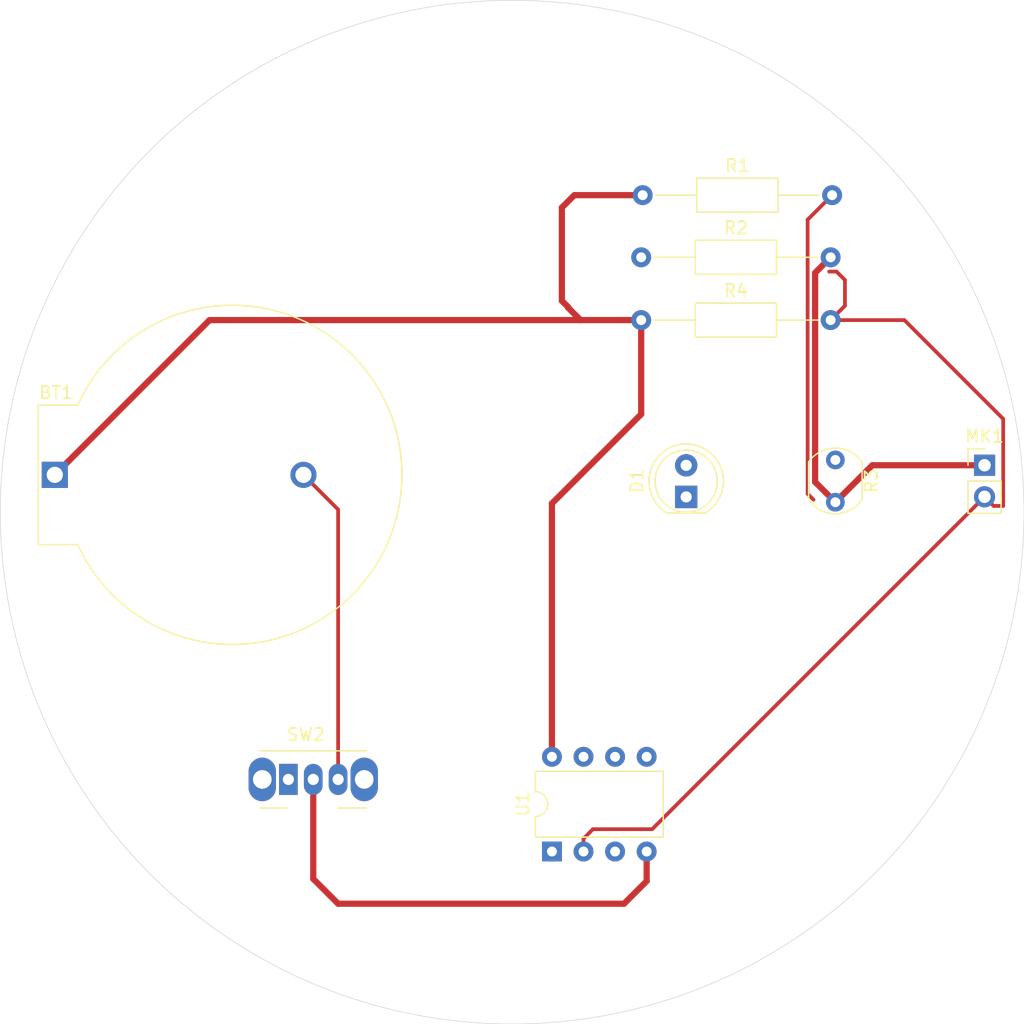
<source format=kicad_pcb>
(kicad_pcb (version 20240108) (generator "pcbnew") (generator_version "8.0")
  (title_block (title "DIGITAL DIYA") (date "2024-07-30") (company "IRPE ; CU"))
  (layers (0 "F.Cu" signal) (31 "B.Cu" signal) (34 "B.Paste" user) (35 "F.Paste" user) (36 "B.SilkS" user "B.Silkscreen") (37 "F.SilkS" user "F.Silkscreen") (38 "B.Mask" user) (39 "F.Mask" user) (44 "Edge.Cuts" user))
  (net 0 "")
  (net 1 "+3.3V")
  (net 2 "Net-(BT1--)")
  (net 3 "/LED")
  (net 4 "Net-(D1-K)")
  (net 5 "/MIC")
  (net 6 "GND")
  (net 7 "/LDR")
  (footprint "OptoDevice:R_LDR_5.1x4.3mm_P3.4mm_Vertical" (layer "F.Cu") (at 170 102.8 -90)
    (property "Reference" "R3" (at 1.7 -2.9 90) (layer "F.SilkS"))
    (property "Value" "5mm LDR07")
    (fp_line (start 0.15 2.15) (end 3.2 2.15) (stroke (width 0.12)) (layer "F.SilkS"))
    (fp_line (start 0.15 -2.15) (end 3.2 -2.15) (stroke (width 0.12)) (layer "F.SilkS"))
    (fp_arc (start 0.15 2.15) (mid -0.950438 -0.013368) (end 0.171766 -2.165525) (stroke (width 0.12)) (layer "F.SilkS"))
    (fp_arc (start 3.2 -2.15) (mid 4.321403 -0.027338) (end 3.244513 2.118249) (stroke (width 0.12)) (layer "F.SilkS"))
    (pad "1" thru_hole circle (at 0 0 270) (size 1.5 1.5) (drill 0.8) (layers "*.Cu" "*.Mask") (net 7 "/LDR"))
    (pad "2" thru_hole circle (at 3.4 0 270) (size 1.5 1.5) (drill 0.8) (layers "*.Cu" "*.Mask") (net 6 "GND"))
  )
  (footprint "LED_THT:LED_D5.0mm" (layer "F.Cu") (at 158 105.775 90)
    (property "Reference" "D1" (at 1.27 -3.96 90) (layer "F.SilkS"))
    (property "Value" "5mm YELLOW LED")
    (fp_line (start -1.29 -1.545) (end -1.29 1.545) (stroke (width 0.12)) (layer "F.SilkS"))
    (fp_arc (start -1.29 -1.54483) (mid 2.072002 -2.880433) (end 4.26 0.000462) (stroke (width 0.12)) (layer "F.SilkS"))
    (fp_arc (start 4.26 -0.000462) (mid 2.072002 2.880433) (end -1.29 1.54483) (stroke (width 0.12)) (layer "F.SilkS"))
    (fp_circle (center 1.27 0) (end 3.77 0) (stroke (width 0.12)) (fill none) (layer "F.SilkS"))
    (pad "1" thru_hole rect (at 0 0 90) (size 1.8 1.8) (drill 0.9) (layers "*.Cu" "*.Mask") (net 4 "Net-(D1-K)"))
    (pad "2" thru_hole circle (at 2.54 0 90) (size 1.8 1.8) (drill 0.9) (layers "*.Cu" "*.Mask") (net 3 "/LED"))
  )
  (footprint "Resistor_THT:R_Axial_DIN0207_L6.3mm_D2.5mm_P15.24mm_Horizontal" (layer "F.Cu") (at 154.38 86.5)
    (property "Reference" "R2" (at 7.62 -2.37 0) (layer "F.SilkS"))
    (property "Value" "470R")
    (fp_line (start 1.04 0) (end 4.35 0) (stroke (width 0.12)) (layer "F.SilkS"))
    (fp_line (start 4.35 -1.37) (end 4.35 1.37) (stroke (width 0.12)) (layer "F.SilkS"))
    (fp_line (start 4.35 1.37) (end 10.89 1.37) (stroke (width 0.12)) (layer "F.SilkS"))
    (fp_line (start 10.89 -1.37) (end 4.35 -1.37) (stroke (width 0.12)) (layer "F.SilkS"))
    (fp_line (start 10.89 1.37) (end 10.89 -1.37) (stroke (width 0.12)) (layer "F.SilkS"))
    (fp_line (start 14.2 0) (end 10.89 0) (stroke (width 0.12)) (layer "F.SilkS"))
    (pad "1" thru_hole circle (at 0 0) (size 1.6 1.6) (drill 0.8) (layers "*.Cu" "*.Mask") (net 4 "Net-(D1-K)"))
    (pad "2" thru_hole oval (at 15.24 0) (size 1.6 1.6) (drill 0.8) (layers "*.Cu" "*.Mask") (net 6 "GND"))
  )
  (footprint "Battery:BatteryHolder_ComfortableElectronic_CH273-2450_1x2450" (layer "F.Cu") (at 107.210914 104)
    (property "Reference" "BT1" (at 0.1 -6.62 0) (layer "F.SilkS"))
    (property "Value" "3.3V Cell")
    (fp_line (start -1.33 -5.61) (end 1.845 -5.61) (stroke (width 0.12)) (layer "F.SilkS"))
    (fp_line (start -1.33 5.61) (end -1.33 -5.61) (stroke (width 0.12)) (layer "F.SilkS"))
    (fp_line (start 1.845 5.61) (end -1.33 5.61) (stroke (width 0.12)) (layer "F.SilkS"))
    (fp_arc (start 1.845 -5.61) (mid 27.921896 0) (end 1.845 5.61) (stroke (width 0.12)) (layer "F.SilkS"))
    (pad "1" thru_hole rect (at 0 0 270) (size 2.1 2.1) (drill 1.3) (layers "*.Cu" "*.Mask") (net 1 "+3.3V"))
    (pad "2" thru_hole circle (at 20 0 270) (size 2.1 2.1) (drill 1.3) (layers "*.Cu" "*.Mask") (net 2 "Net-(BT1--)"))
  )
  (footprint "Resistor_THT:R_Axial_DIN0207_L6.3mm_D2.5mm_P15.24mm_Horizontal" (layer "F.Cu") (at 154.38 91.55)
    (property "Reference" "R4" (at 7.62 -2.37 0) (layer "F.SilkS"))
    (property "Value" "5.6k")
    (fp_line (start 1.04 0) (end 4.35 0) (stroke (width 0.12)) (layer "F.SilkS"))
    (fp_line (start 4.35 -1.37) (end 4.35 1.37) (stroke (width 0.12)) (layer "F.SilkS"))
    (fp_line (start 4.35 1.37) (end 10.89 1.37) (stroke (width 0.12)) (layer "F.SilkS"))
    (fp_line (start 10.89 -1.37) (end 4.35 -1.37) (stroke (width 0.12)) (layer "F.SilkS"))
    (fp_line (start 10.89 1.37) (end 10.89 -1.37) (stroke (width 0.12)) (layer "F.SilkS"))
    (fp_line (start 14.2 0) (end 10.89 0) (stroke (width 0.12)) (layer "F.SilkS"))
    (pad "1" thru_hole circle (at 0 0) (size 1.6 1.6) (drill 0.8) (layers "*.Cu" "*.Mask") (net 1 "+3.3V"))
    (pad "2" thru_hole oval (at 15.24 0) (size 1.6 1.6) (drill 0.8) (layers "*.Cu" "*.Mask") (net 5 "/MIC"))
  )
  (footprint "Package_DIP:DIP-8_W7.62mm" (layer "F.Cu") (at 147.2 134.3 90)
    (property "Reference" "U1" (at 3.81 -2.33 90) (layer "F.SilkS"))
    (property "Value" "ATtiny85V-10P")
    (fp_line (start 6.46 -1.33) (end 4.81 -1.33) (stroke (width 0.12)) (layer "F.SilkS"))
    (fp_line (start 2.81 -1.33) (end 1.16 -1.33) (stroke (width 0.12)) (layer "F.SilkS"))
    (fp_line (start 1.16 -1.33) (end 1.16 8.95) (stroke (width 0.12)) (layer "F.SilkS"))
    (fp_line (start 6.46 8.95) (end 6.46 -1.33) (stroke (width 0.12)) (layer "F.SilkS"))
    (fp_line (start 1.16 8.95) (end 6.46 8.95) (stroke (width 0.12)) (layer "F.SilkS"))
    (fp_arc (start 4.81 -1.33) (mid 3.81 -0.33) (end 2.81 -1.33) (stroke (width 0.12)) (layer "F.SilkS"))
    (pad "1" thru_hole rect (at 0 0 90) (size 1.6 1.6) (drill 0.8) (layers "*.Cu" "*.Mask"))
    (pad "2" thru_hole oval (at 0 2.54 90) (size 1.6 1.6) (drill 0.8) (layers "*.Cu" "*.Mask") (net 5 "/MIC"))
    (pad "3" thru_hole oval (at 0 5.08 90) (size 1.6 1.6) (drill 0.8) (layers "*.Cu" "*.Mask"))
    (pad "4" thru_hole oval (at 0 7.62 90) (size 1.6 1.6) (drill 0.8) (layers "*.Cu" "*.Mask") (net 6 "GND"))
    (pad "5" thru_hole oval (at 7.62 7.62 90) (size 1.6 1.6) (drill 0.8) (layers "*.Cu" "*.Mask"))
    (pad "6" thru_hole oval (at 7.62 5.08 90) (size 1.6 1.6) (drill 0.8) (layers "*.Cu" "*.Mask") (net 3 "/LED"))
    (pad "7" thru_hole oval (at 7.62 2.54 90) (size 1.6 1.6) (drill 0.8) (layers "*.Cu" "*.Mask") (net 7 "/LDR"))
    (pad "8" thru_hole oval (at 7.62 0 90) (size 1.6 1.6) (drill 0.8) (layers "*.Cu" "*.Mask") (net 1 "+3.3V"))
  )
  (footprint "Button_Switch_THT:SW_Slide_SPDT_Angled_CK_OS102011MA1Q" (layer "F.Cu") (at 126 128.5)
    (property "Reference" "SW2" (at 1.4 -3.6 0) (layer "F.SilkS"))
    (property "Value" "SW_SPDT")
    (fp_line (start -2.3 -2.3) (end 6.3 -2.3) (stroke (width 0.12)) (layer "F.SilkS"))
    (fp_line (start -2.3 2.3) (end -0.1 2.3) (stroke (width 0.12)) (layer "F.SilkS"))
    (fp_line (start 4 2.3) (end 6.3 2.3) (stroke (width 0.12)) (layer "F.SilkS"))
    (pad "" thru_hole oval (at -2.1 0) (size 2.2 3.5) (drill 1.5) (layers "*.Cu" "*.Mask"))
    (pad "" thru_hole oval (at 6.1 0) (size 2.2 3.5) (drill 1.5) (layers "*.Cu" "*.Mask"))
    (pad "1" thru_hole rect (at 0 0) (size 1.5 2.5) (drill 0.9) (layers "*.Cu" "*.Mask"))
    (pad "2" thru_hole oval (at 2 0) (size 1.5 2.5) (drill 0.9) (layers "*.Cu" "*.Mask") (net 6 "GND"))
    (pad "3" thru_hole oval (at 4 0) (size 1.5 2.5) (drill 0.9) (layers "*.Cu" "*.Mask") (net 2 "Net-(BT1--)"))
  )
  (footprint "Connector_PinHeader_2.54mm:PinHeader_1x02_P2.54mm_Vertical" (layer "F.Cu") (at 182 103.225)
    (property "Reference" "MK1" (at 0 -2.33 360) (layer "F.SilkS"))
    (property "Value" "Microphone_Condenser")
    (fp_line (start -1.33 -1.33) (end 0 -1.33) (stroke (width 0.12)) (layer "F.SilkS"))
    (fp_line (start -1.33 0) (end -1.33 -1.33) (stroke (width 0.12)) (layer "F.SilkS"))
    (fp_line (start -1.33 1.27) (end -1.33 3.87) (stroke (width 0.12)) (layer "F.SilkS"))
    (fp_line (start -1.33 1.27) (end 1.33 1.27) (stroke (width 0.12)) (layer "F.SilkS"))
    (fp_line (start -1.33 3.87) (end 1.33 3.87) (stroke (width 0.12)) (layer "F.SilkS"))
    (fp_line (start 1.33 1.27) (end 1.33 3.87) (stroke (width 0.12)) (layer "F.SilkS"))
    (pad "1" thru_hole rect (at 0 0) (size 1.7 1.7) (drill 1) (layers "*.Cu" "*.Mask") (net 6 "GND"))
    (pad "2" thru_hole oval (at 0 2.54) (size 1.7 1.7) (drill 1) (layers "*.Cu" "*.Mask") (net 5 "/MIC"))
  )
  (footprint "Resistor_THT:R_Axial_DIN0207_L6.3mm_D2.5mm_P15.24mm_Horizontal" (layer "F.Cu") (at 154.5 81.5)
    (property "Reference" "R1" (at 7.62 -2.37 0) (layer "F.SilkS"))
    (property "Value" "10k")
    (fp_line (start 1.04 0) (end 4.35 0) (stroke (width 0.12)) (layer "F.SilkS"))
    (fp_line (start 4.35 -1.37) (end 4.35 1.37) (stroke (width 0.12)) (layer "F.SilkS"))
    (fp_line (start 4.35 1.37) (end 10.89 1.37) (stroke (width 0.12)) (layer "F.SilkS"))
    (fp_line (start 10.89 -1.37) (end 4.35 -1.37) (stroke (width 0.12)) (layer "F.SilkS"))
    (fp_line (start 10.89 1.37) (end 10.89 -1.37) (stroke (width 0.12)) (layer "F.SilkS"))
    (fp_line (start 14.2 0) (end 10.89 0) (stroke (width 0.12)) (layer "F.SilkS"))
    (pad "1" thru_hole circle (at 0 0) (size 1.6 1.6) (drill 0.8) (layers "*.Cu" "*.Mask") (net 1 "+3.3V"))
    (pad "2" thru_hole oval (at 15.24 0) (size 1.6 1.6) (drill 0.8) (layers "*.Cu" "*.Mask") (net 7 "/LDR"))
  )
  (gr_circle (center 144 107) (end 106.5 90) (stroke (width 0.05)) (fill none) (layer "Edge.Cuts"))
  (segment (start 119.660914 91.55) (end 149.5 91.55) (width 0.5) (layer "F.Cu") (net 1))
  (segment (start 148.5 90.55) (end 149.5 91.55) (width 0.5) (layer "F.Cu") (net 1))
  (segment (start 154.5 81.5) (end 149 81.5) (width 0.5) (layer "F.Cu") (net 1))
  (segment (start 108 104) (end 107.210914 104) (width 0.5) (layer "F.Cu") (net 1))
  (segment (start 148 82.5) (end 148 90) (width 0.5) (layer "F.Cu") (net 1))
  (segment (start 148 90) (end 148.5 90.5) (width 0.5) (layer "F.Cu") (net 1))
  (segment (start 149.5 91.55) (end 154.38 91.55) (width 0.5) (layer "F.Cu") (net 1))
  (segment (start 107.210914 104) (end 119.660914 91.55) (width 0.5) (layer "F.Cu") (net 1))
  (segment (start 154.38 91.55) (end 154.38 99.12) (width 0.5) (layer "F.Cu") (net 1))
  (segment (start 147.2 106.3) (end 147.2 126.68) (width 0.5) (layer "F.Cu") (net 1))
  (segment (start 154.38 99.12) (end 147.2 106.3) (width 0.5) (layer "F.Cu") (net 1))
  (segment (start 148.5 90.5) (end 148.5 90.55) (width 0.5) (layer "F.Cu") (net 1))
  (segment (start 149 81.5) (end 148 82.5) (width 0.5) (layer "F.Cu") (net 1))
  (segment (start 130 106.789086) (end 130 128.5) (width 0.3) (layer "F.Cu") (net 2))
  (segment (start 127.210914 104) (end 130 106.789086) (width 0.3) (layer "F.Cu") (net 2))
  (segment (start 170.096346 87.65) (end 169.5 87.65) (width 0.3) (layer "F.Cu") (net 5))
  (segment (start 169.62 91.55) (end 175.55 91.55) (width 0.3) (layer "F.Cu") (net 5))
  (segment (start 150.5 132.5) (end 149.74 133.26) (width 0.3) (layer "F.Cu") (net 5))
  (segment (start 182.735 106.5) (end 182 105.765) (width 0.3) (layer "F.Cu") (net 5))
  (segment (start 183.5 99.5) (end 183.5 106.5) (width 0.3) (layer "F.Cu") (net 5))
  (segment (start 183.5 106.5) (end 182.735 106.5) (width 0.3) (layer "F.Cu") (net 5))
  (segment (start 182 105.765) (end 155.265 132.5) (width 0.3) (layer "F.Cu") (net 5))
  (segment (start 149.74 133.26) (end 149.74 134.3) (width 0.3) (layer "F.Cu") (net 5))
  (segment (start 175.55 91.55) (end 183.5 99.5) (width 0.3) (layer "F.Cu") (net 5))
  (segment (start 170.77 88.323654) (end 170.096346 87.65) (width 0.3) (layer "F.Cu") (net 5))
  (segment (start 155.265 132.5) (end 150.5 132.5) (width 0.3) (layer "F.Cu") (net 5))
  (segment (start 170.77 90.4) (end 170.77 88.323654) (width 0.3) (layer "F.Cu") (net 5))
  (segment (start 169.62 91.55) (end 170.77 90.4) (width 0.3) (layer "F.Cu") (net 5))
  (segment (start 168.37 87.75) (end 168.37 104.57) (width 0.5) (layer "F.Cu") (net 6))
  (segment (start 182 103.225) (end 172.975 103.225) (width 0.5) (layer "F.Cu") (net 6))
  (segment (start 130 138.5) (end 128 136.5) (width 0.5) (layer "F.Cu") (net 6))
  (segment (start 154.82 134.3) (end 154.82 136.68) (width 0.5) (layer "F.Cu") (net 6))
  (segment (start 153 138.5) (end 130 138.5) (width 0.5) (layer "F.Cu") (net 6))
  (segment (start 168.37 104.57) (end 170 106.2) (width 0.5) (layer "F.Cu") (net 6))
  (segment (start 169.62 86.5) (end 168.37 87.75) (width 0.5) (layer "F.Cu") (net 6))
  (segment (start 128 136.5) (end 128 128.5) (width 0.5) (layer "F.Cu") (net 6))
  (segment (start 172.975 103.225) (end 170 106.2) (width 0.5) (layer "F.Cu") (net 6))
  (segment (start 154.82 136.68) (end 153 138.5) (width 0.5) (layer "F.Cu") (net 6))
  (segment (start 169.74 81.5) (end 167.77 83.47) (width 0.3) (layer "F.Cu") (net 7))
  (segment (start 167.77 83.47) (end 167.77 105.525635) (width 0.3) (layer "F.Cu") (net 7))
  (segment (start 167.77 105.525635) (end 168.244365 106) (width 0.3) (layer "F.Cu") (net 7))
)
</source>
